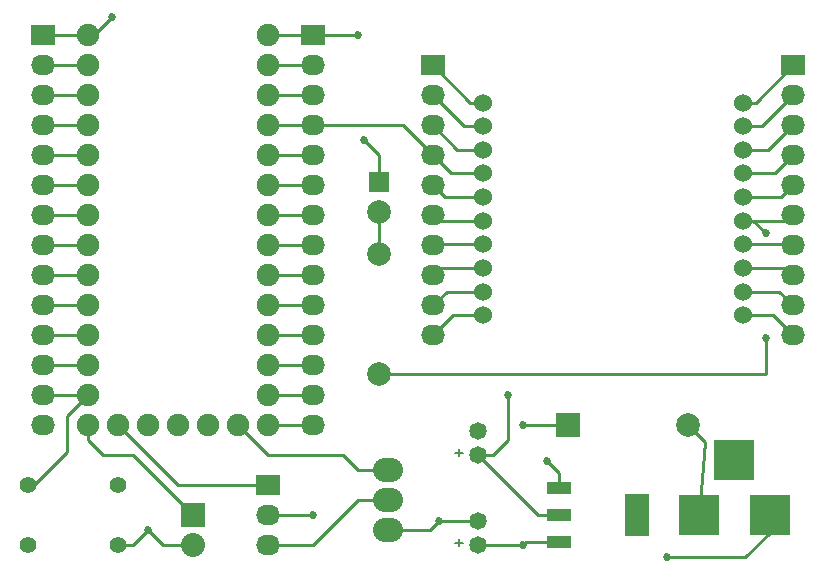
<source format=gtl>
G04 #@! TF.FileFunction,Copper,L1,Top,Signal*
%FSLAX46Y46*%
G04 Gerber Fmt 4.6, Leading zero omitted, Abs format (unit mm)*
G04 Created by KiCad (PCBNEW (2015-05-10 BZR 5649)-product) date Thursday, May 21, 2015 'PMt' 10:04:34 PM*
%MOMM*%
G01*
G04 APERTURE LIST*
%ADD10C,0.100000*%
%ADD11C,0.150000*%
%ADD12C,1.480820*%
%ADD13R,3.500120X3.500120*%
%ADD14R,1.699260X1.699260*%
%ADD15C,1.998980*%
%ADD16R,1.998980X1.998980*%
%ADD17C,1.524000*%
%ADD18R,2.032000X2.032000*%
%ADD19O,2.032000X2.032000*%
%ADD20R,2.032000X1.727200*%
%ADD21O,2.032000X1.727200*%
%ADD22O,2.540000X2.032000*%
%ADD23C,1.397000*%
%ADD24R,2.032000X3.657600*%
%ADD25R,2.032000X1.016000*%
%ADD26C,1.900000*%
%ADD27C,0.685800*%
%ADD28C,0.250000*%
%ADD29C,0.254000*%
G04 APERTURE END LIST*
D10*
D11*
X167309800Y-172504100D02*
X167609520Y-172504100D01*
X167309800Y-172504100D02*
X167309800Y-172204380D01*
X167309800Y-172803820D02*
X167309800Y-172504100D01*
X167309800Y-172504100D02*
X167010080Y-172504100D01*
X167309800Y-164884100D02*
X167609520Y-164884100D01*
X167309800Y-164884100D02*
X167309800Y-164584380D01*
X167309800Y-165183820D02*
X167309800Y-164884100D01*
X167309800Y-164884100D02*
X167010080Y-164884100D01*
D12*
X168910000Y-172704760D03*
X168910000Y-170703240D03*
X168910000Y-165084760D03*
X168910000Y-163083240D03*
D13*
X187601860Y-170180000D03*
X193601340Y-170180000D03*
X190601600Y-165481000D03*
D14*
X160528000Y-141986000D03*
D15*
X160528000Y-144526000D03*
X186690000Y-162557460D03*
D16*
X176530000Y-162557460D03*
D17*
X169340000Y-135240000D03*
X169340000Y-137240000D03*
X169340000Y-141240000D03*
X169340000Y-139240000D03*
X169340000Y-145240000D03*
X169340000Y-147240000D03*
X169340000Y-149240000D03*
X169340000Y-151240000D03*
X169340000Y-153240000D03*
X191340000Y-153240000D03*
X191340000Y-151240000D03*
X191340000Y-149240000D03*
X191340000Y-147240000D03*
X191340000Y-145240000D03*
X191340000Y-143240000D03*
X191340000Y-141240000D03*
X191340000Y-139240000D03*
X191340000Y-137240000D03*
X191340000Y-135240000D03*
X169340000Y-143240000D03*
D18*
X144780000Y-170180000D03*
D19*
X144780000Y-172720000D03*
D20*
X151130000Y-167640000D03*
D21*
X151130000Y-170180000D03*
X151130000Y-172720000D03*
D20*
X165100000Y-132080000D03*
D21*
X165100000Y-134620000D03*
X165100000Y-137160000D03*
X165100000Y-139700000D03*
X165100000Y-142240000D03*
X165100000Y-144780000D03*
X165100000Y-147320000D03*
X165100000Y-149860000D03*
X165100000Y-152400000D03*
X165100000Y-154940000D03*
D20*
X195580000Y-132080000D03*
D21*
X195580000Y-134620000D03*
X195580000Y-137160000D03*
X195580000Y-139700000D03*
X195580000Y-142240000D03*
X195580000Y-144780000D03*
X195580000Y-147320000D03*
X195580000Y-149860000D03*
X195580000Y-152400000D03*
X195580000Y-154940000D03*
D20*
X132080000Y-129540000D03*
D21*
X132080000Y-132080000D03*
X132080000Y-134620000D03*
X132080000Y-137160000D03*
X132080000Y-139700000D03*
X132080000Y-142240000D03*
X132080000Y-144780000D03*
X132080000Y-147320000D03*
X132080000Y-149860000D03*
X132080000Y-152400000D03*
X132080000Y-154940000D03*
X132080000Y-157480000D03*
X132080000Y-160020000D03*
X132080000Y-162560000D03*
D20*
X154940000Y-129540000D03*
D21*
X154940000Y-132080000D03*
X154940000Y-134620000D03*
X154940000Y-137160000D03*
X154940000Y-139700000D03*
X154940000Y-142240000D03*
X154940000Y-144780000D03*
X154940000Y-147320000D03*
X154940000Y-149860000D03*
X154940000Y-152400000D03*
X154940000Y-154940000D03*
X154940000Y-157480000D03*
X154940000Y-160020000D03*
X154940000Y-162560000D03*
D22*
X161290000Y-168910000D03*
X161290000Y-171450000D03*
X161290000Y-166370000D03*
D15*
X160528000Y-158242000D03*
X160528000Y-148082000D03*
D23*
X138430000Y-167640000D03*
X138430000Y-172720000D03*
X130810000Y-167640000D03*
X130810000Y-172720000D03*
D24*
X182372000Y-170180000D03*
D25*
X175768000Y-170180000D03*
X175768000Y-172466000D03*
X175768000Y-167894000D03*
D26*
X148590000Y-162560000D03*
X146050000Y-162560000D03*
X143510000Y-162560000D03*
X140970000Y-162560000D03*
X138430000Y-162560000D03*
X135890000Y-132080000D03*
X135890000Y-134620000D03*
X135890000Y-137160000D03*
X135890000Y-139700000D03*
X135890000Y-142240000D03*
X135890000Y-144780000D03*
X135890000Y-147320000D03*
X135890000Y-149860000D03*
X135890000Y-152400000D03*
X135890000Y-154940000D03*
X135890000Y-157480000D03*
X135890000Y-160020000D03*
X135890000Y-162560000D03*
X151130000Y-162560000D03*
X151130000Y-160020000D03*
X151130000Y-157480000D03*
X151130000Y-154940000D03*
X151130000Y-152400000D03*
X151130000Y-149860000D03*
X151130000Y-147320000D03*
X151130000Y-144780000D03*
X151130000Y-142240000D03*
X151130000Y-139700000D03*
X151130000Y-137160000D03*
X151130000Y-134620000D03*
X151130000Y-132080000D03*
X151130000Y-129540000D03*
X135890000Y-129540000D03*
D27*
X154940000Y-170180000D03*
X158750000Y-129540000D03*
X172720000Y-162560000D03*
X172720000Y-172720000D03*
X159258000Y-138430000D03*
X137922000Y-128016000D03*
X140970000Y-171450000D03*
X165608000Y-170688000D03*
X184912000Y-173736000D03*
X174752000Y-165608000D03*
X171450000Y-160020000D03*
X193294000Y-146304000D03*
X193294000Y-155194000D03*
D28*
X151130000Y-129540000D02*
X154940000Y-129540000D01*
X175529240Y-172704760D02*
X175768000Y-172466000D01*
X154940000Y-170180000D02*
X151130000Y-170180000D01*
X154940000Y-129540000D02*
X158750000Y-129540000D01*
X172722540Y-162557460D02*
X176530000Y-162557460D01*
X172722540Y-162557460D02*
X172720000Y-162560000D01*
X168925240Y-172720000D02*
X168910000Y-172704760D01*
X172720000Y-172720000D02*
X172974000Y-172466000D01*
X172974000Y-172466000D02*
X175768000Y-172466000D01*
X172720000Y-172720000D02*
X168925240Y-172720000D01*
D29*
X160528000Y-141986000D02*
X160528000Y-139700000D01*
X160528000Y-139700000D02*
X159258000Y-138430000D01*
X135890000Y-129540000D02*
X136398000Y-129540000D01*
X136398000Y-129540000D02*
X137922000Y-128016000D01*
X135890000Y-129540000D02*
X136652000Y-129540000D01*
X135890000Y-129540000D02*
X136144000Y-129540000D01*
D28*
X135890000Y-129540000D02*
X132080000Y-129540000D01*
X166800000Y-153240000D02*
X165100000Y-154940000D01*
X169340000Y-153240000D02*
X166800000Y-153240000D01*
X142240000Y-172720000D02*
X140970000Y-171450000D01*
X139700000Y-172720000D02*
X138430000Y-172720000D01*
X139700000Y-172720000D02*
X140970000Y-171450000D01*
X144780000Y-172720000D02*
X142240000Y-172720000D01*
X168910000Y-163083240D02*
X168417240Y-163083240D01*
X165623240Y-170703240D02*
X165608000Y-170688000D01*
X164846000Y-171450000D02*
X161290000Y-171450000D01*
X164846000Y-171450000D02*
X165608000Y-170688000D01*
X168910000Y-170703240D02*
X165623240Y-170703240D01*
X191516000Y-173736000D02*
X184912000Y-173736000D01*
X193601340Y-171650660D02*
X191516000Y-173736000D01*
X193601340Y-170180000D02*
X193601340Y-171650660D01*
X175768000Y-166624000D02*
X174752000Y-165608000D01*
X175768000Y-167894000D02*
X175768000Y-166624000D01*
X174005240Y-170180000D02*
X168910000Y-165084760D01*
X175768000Y-170180000D02*
X174005240Y-170180000D01*
X168260000Y-135240000D02*
X165100000Y-132080000D01*
X169340000Y-135240000D02*
X168260000Y-135240000D01*
X171450000Y-160020000D02*
X171450000Y-163830000D01*
X171450000Y-163830000D02*
X170195240Y-165084760D01*
X170195240Y-165084760D02*
X168910000Y-165084760D01*
X188109860Y-163977320D02*
X186690000Y-162557460D01*
X187601860Y-170180000D02*
X188109860Y-163977320D01*
X167720000Y-137240000D02*
X165100000Y-134620000D01*
X169340000Y-137240000D02*
X167720000Y-137240000D01*
X166100000Y-143240000D02*
X165100000Y-142240000D01*
X169340000Y-143240000D02*
X166100000Y-143240000D01*
X165560000Y-145240000D02*
X165100000Y-144780000D01*
X169340000Y-145240000D02*
X165560000Y-145240000D01*
X165180000Y-147240000D02*
X165100000Y-147320000D01*
X169340000Y-147240000D02*
X165180000Y-147240000D01*
X165720000Y-149240000D02*
X165100000Y-149860000D01*
X169340000Y-149240000D02*
X165720000Y-149240000D01*
X193880000Y-153240000D02*
X195580000Y-154940000D01*
X191340000Y-153240000D02*
X193880000Y-153240000D01*
X194960000Y-149240000D02*
X195580000Y-149860000D01*
X191340000Y-149240000D02*
X194960000Y-149240000D01*
X195500000Y-147240000D02*
X195580000Y-147320000D01*
X191340000Y-147240000D02*
X195500000Y-147240000D01*
D29*
X160528000Y-158242000D02*
X193294000Y-158242000D01*
X192230000Y-145240000D02*
X191340000Y-145240000D01*
X193294000Y-146304000D02*
X192230000Y-145240000D01*
X193294000Y-158242000D02*
X193294000Y-155194000D01*
D28*
X195120000Y-145240000D02*
X195580000Y-144780000D01*
X191340000Y-145240000D02*
X195120000Y-145240000D01*
X194580000Y-143240000D02*
X195580000Y-142240000D01*
X191340000Y-143240000D02*
X194580000Y-143240000D01*
X194040000Y-141240000D02*
X195580000Y-139700000D01*
X191340000Y-141240000D02*
X194040000Y-141240000D01*
X193500000Y-139240000D02*
X195580000Y-137160000D01*
X191340000Y-139240000D02*
X193500000Y-139240000D01*
X192960000Y-137240000D02*
X195580000Y-134620000D01*
X191340000Y-137240000D02*
X192960000Y-137240000D01*
X192420000Y-135240000D02*
X195580000Y-132080000D01*
X191340000Y-135240000D02*
X192420000Y-135240000D01*
X135890000Y-163830000D02*
X137160000Y-165100000D01*
X137160000Y-165100000D02*
X139700000Y-165100000D01*
X139700000Y-165100000D02*
X144780000Y-170180000D01*
X135890000Y-162560000D02*
X135890000Y-163830000D01*
X138430000Y-162560000D02*
X143510000Y-167640000D01*
X143510000Y-167640000D02*
X151130000Y-167640000D01*
X154940000Y-172720000D02*
X158750000Y-168910000D01*
X158750000Y-168910000D02*
X161290000Y-168910000D01*
X151130000Y-172720000D02*
X154940000Y-172720000D01*
X167180000Y-139240000D02*
X165100000Y-137160000D01*
X169340000Y-139240000D02*
X167180000Y-139240000D01*
X135890000Y-132080000D02*
X132080000Y-132080000D01*
X135890000Y-134620000D02*
X132080000Y-134620000D01*
X135890000Y-137160000D02*
X132080000Y-137160000D01*
X135890000Y-139700000D02*
X132080000Y-139700000D01*
X135890000Y-142240000D02*
X132080000Y-142240000D01*
X135890000Y-144780000D02*
X132080000Y-144780000D01*
X135890000Y-149860000D02*
X132080000Y-149860000D01*
X135890000Y-152400000D02*
X132080000Y-152400000D01*
X135890000Y-154940000D02*
X132080000Y-154940000D01*
X135890000Y-160020000D02*
X132080000Y-160020000D01*
X134112000Y-161798000D02*
X135890000Y-160020000D01*
X134112000Y-164846000D02*
X134112000Y-161798000D01*
X131318000Y-167640000D02*
X134112000Y-164846000D01*
X130810000Y-167640000D02*
X131318000Y-167640000D01*
X151130000Y-132080000D02*
X154940000Y-132080000D01*
X151130000Y-134620000D02*
X154940000Y-134620000D01*
X151130000Y-139700000D02*
X154940000Y-139700000D01*
X151130000Y-142240000D02*
X154940000Y-142240000D01*
X151130000Y-144780000D02*
X154940000Y-144780000D01*
X151130000Y-147320000D02*
X154940000Y-147320000D01*
X151130000Y-149860000D02*
X154940000Y-149860000D01*
X151130000Y-152400000D02*
X154940000Y-152400000D01*
X151130000Y-154940000D02*
X154940000Y-154940000D01*
X151130000Y-157480000D02*
X154940000Y-157480000D01*
X151130000Y-160020000D02*
X154940000Y-160020000D01*
D29*
X160528000Y-144526000D02*
X160528000Y-148082000D01*
D28*
X151130000Y-137160000D02*
X154940000Y-137160000D01*
X162560000Y-137160000D02*
X165100000Y-139700000D01*
X154940000Y-137160000D02*
X162560000Y-137160000D01*
X166640000Y-141240000D02*
X165100000Y-139700000D01*
X169340000Y-141240000D02*
X166640000Y-141240000D01*
X194420000Y-151240000D02*
X195580000Y-152400000D01*
X191340000Y-151240000D02*
X194420000Y-151240000D01*
X135890000Y-147320000D02*
X132080000Y-147320000D01*
X151130000Y-165100000D02*
X157480000Y-165100000D01*
X157480000Y-165100000D02*
X158750000Y-166370000D01*
X158750000Y-166370000D02*
X161290000Y-166370000D01*
X148590000Y-162560000D02*
X151130000Y-165100000D01*
X135890000Y-157480000D02*
X132080000Y-157480000D01*
X166260000Y-151240000D02*
X165100000Y-152400000D01*
X169340000Y-151240000D02*
X166260000Y-151240000D01*
X151130000Y-162560000D02*
X154940000Y-162560000D01*
M02*

</source>
